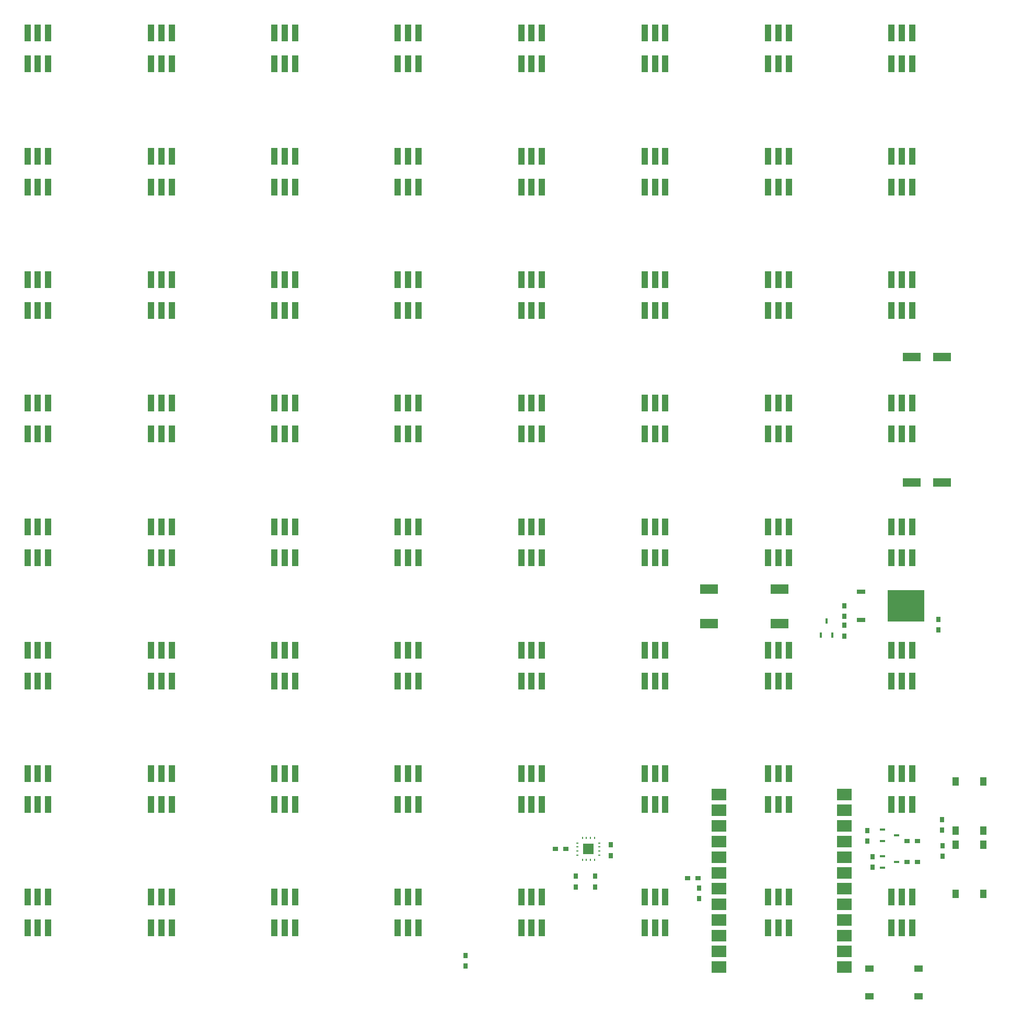
<source format=gbr>
G04 DipTrace 3.2.0.1*
G04 BottomPaste.gbr*
%MOIN*%
G04 #@! TF.FileFunction,Paste,Bot*
G04 #@! TF.Part,Single*
%ADD62R,0.092X0.072*%
%ADD66R,0.068772X0.068772*%
%ADD68R,0.00578X0.011685*%
%ADD70R,0.011685X0.00578*%
%ADD72R,0.053024X0.043181*%
%ADD74R,0.043181X0.053024*%
%ADD82R,0.117984X0.062866*%
%ADD84R,0.033339X0.017591*%
%ADD86R,0.017591X0.033339*%
%ADD88R,0.054992X0.03137*%
%ADD90R,0.236094X0.204598*%
%ADD102R,0.044X0.11011*%
%ADD106R,0.035307X0.03137*%
%ADD108R,0.03137X0.035307*%
%ADD110R,0.116016X0.054992*%
%FSLAX26Y26*%
G04*
G70*
G90*
G75*
G01*
G04 BotPaste*
%LPD*%
D110*
X6756500Y3731500D3*
X6563587D3*
X6756500Y4531500D3*
X6563587D3*
D108*
X6731500Y2856500D3*
Y2789571D3*
D106*
X4356500Y1394000D3*
X4289571D3*
D108*
X4644000Y1352071D3*
Y1419000D3*
X4544000Y1219000D3*
Y1152071D3*
X4419000Y1219000D3*
Y1152071D3*
D102*
X6433882Y1086614D3*
X6499906D3*
X6565929D3*
X6433882Y889575D3*
X6499906D3*
X6565929D3*
X5646480Y1086614D3*
X5712504D3*
X5778528D3*
X5646480Y889575D3*
X5712504D3*
X5778528D3*
X4859079Y1086614D3*
X4925102D3*
X4991126D3*
X4859079Y889575D3*
X4925102D3*
X4991126D3*
X4071677Y1086614D3*
X4137701D3*
X4203724D3*
X4071677Y889575D3*
X4137701D3*
X4203724D3*
X3284276Y1086614D3*
X3350299D3*
X3416323D3*
X3284276Y889575D3*
X3350299D3*
X3416323D3*
X2496874Y1086614D3*
X2562898D3*
X2628921D3*
X2496874Y889575D3*
X2562898D3*
X2628921D3*
X1709472Y1086614D3*
X1775496D3*
X1841520D3*
X1709472Y889575D3*
X1775496D3*
X1841520D3*
X922071Y1086614D3*
X988094D3*
X1054118D3*
X922071Y889575D3*
X988094D3*
X1054118D3*
X6433882Y1874016D3*
X6499906D3*
X6565929D3*
X6433882Y1676976D3*
X6499906D3*
X6565929D3*
X5646480Y1874016D3*
X5712504D3*
X5778528D3*
X5646480Y1676976D3*
X5712504D3*
X5778528D3*
X4859079Y1874016D3*
X4925102D3*
X4991126D3*
X4859079Y1676976D3*
X4925102D3*
X4991126D3*
X4071677Y1874016D3*
X4137701D3*
X4203724D3*
X4071677Y1676976D3*
X4137701D3*
X4203724D3*
X3284276Y1874016D3*
X3350299D3*
X3416323D3*
X3284276Y1676976D3*
X3350299D3*
X3416323D3*
X2496874Y1874016D3*
X2562898D3*
X2628921D3*
X2496874Y1676976D3*
X2562898D3*
X2628921D3*
X1709472Y1874016D3*
X1775496D3*
X1841520D3*
X1709472Y1676976D3*
X1775496D3*
X1841520D3*
X922071Y1874016D3*
X988094D3*
X1054118D3*
X922071Y1676976D3*
X988094D3*
X1054118D3*
X6433882Y2661417D3*
X6499906D3*
X6565929D3*
X6433882Y2464378D3*
X6499906D3*
X6565929D3*
X5646480Y2661417D3*
X5712504D3*
X5778528D3*
X5646480Y2464378D3*
X5712504D3*
X5778528D3*
X4859079Y2661417D3*
X4925102D3*
X4991126D3*
X4859079Y2464378D3*
X4925102D3*
X4991126D3*
X4071677Y2661417D3*
X4137701D3*
X4203724D3*
X4071677Y2464378D3*
X4137701D3*
X4203724D3*
X3284276Y2661417D3*
X3350299D3*
X3416323D3*
X3284276Y2464378D3*
X3350299D3*
X3416323D3*
X2496874Y2661417D3*
X2562898D3*
X2628921D3*
X2496874Y2464378D3*
X2562898D3*
X2628921D3*
X1709472Y2661417D3*
X1775496D3*
X1841520D3*
X1709472Y2464378D3*
X1775496D3*
X1841520D3*
X922071Y2661417D3*
X988094D3*
X1054118D3*
X922071Y2464378D3*
X988094D3*
X1054118D3*
X6433882Y3448819D3*
X6499906D3*
X6565929D3*
X6433882Y3251780D3*
X6499906D3*
X6565929D3*
X5646480Y3448819D3*
X5712504D3*
X5778528D3*
X5646480Y3251780D3*
X5712504D3*
X5778528D3*
X4859079Y3448819D3*
X4925102D3*
X4991126D3*
X4859079Y3251780D3*
X4925102D3*
X4991126D3*
X4071677Y3448819D3*
X4137701D3*
X4203724D3*
X4071677Y3251780D3*
X4137701D3*
X4203724D3*
X3284276Y3448819D3*
X3350299D3*
X3416323D3*
X3284276Y3251780D3*
X3350299D3*
X3416323D3*
X2496874Y3448819D3*
X2562898D3*
X2628921D3*
X2496874Y3251780D3*
X2562898D3*
X2628921D3*
X1709472Y3448819D3*
X1775496D3*
X1841520D3*
X1709472Y3251780D3*
X1775496D3*
X1841520D3*
X922071Y3448819D3*
X988094D3*
X1054118D3*
X922071Y3251780D3*
X988094D3*
X1054118D3*
X6433882Y4236220D3*
X6499906D3*
X6565929D3*
X6433882Y4039181D3*
X6499906D3*
X6565929D3*
X5646480Y4236220D3*
X5712504D3*
X5778528D3*
X5646480Y4039181D3*
X5712504D3*
X5778528D3*
X4859079Y4236220D3*
X4925102D3*
X4991126D3*
X4859079Y4039181D3*
X4925102D3*
X4991126D3*
X4071677Y4236220D3*
X4137701D3*
X4203724D3*
X4071677Y4039181D3*
X4137701D3*
X4203724D3*
X3284276Y4236220D3*
X3350299D3*
X3416323D3*
X3284276Y4039181D3*
X3350299D3*
X3416323D3*
X2496874Y4236220D3*
X2562898D3*
X2628921D3*
X2496874Y4039181D3*
X2562898D3*
X2628921D3*
X1709472Y4236220D3*
X1775496D3*
X1841520D3*
X1709472Y4039181D3*
X1775496D3*
X1841520D3*
X922071Y4236220D3*
X988094D3*
X1054118D3*
X922071Y4039181D3*
X988094D3*
X1054118D3*
X6433882Y5023622D3*
X6499906D3*
X6565929D3*
X6433882Y4826583D3*
X6499906D3*
X6565929D3*
X5646480Y5023622D3*
X5712504D3*
X5778528D3*
X5646480Y4826583D3*
X5712504D3*
X5778528D3*
X4859079Y5023622D3*
X4925102D3*
X4991126D3*
X4859079Y4826583D3*
X4925102D3*
X4991126D3*
X4071677Y5023622D3*
X4137701D3*
X4203724D3*
X4071677Y4826583D3*
X4137701D3*
X4203724D3*
X3284276Y5023622D3*
X3350299D3*
X3416323D3*
X3284276Y4826583D3*
X3350299D3*
X3416323D3*
X2496874Y5023622D3*
X2562898D3*
X2628921D3*
X2496874Y4826583D3*
X2562898D3*
X2628921D3*
X1709472Y5023622D3*
X1775496D3*
X1841520D3*
X1709472Y4826583D3*
X1775496D3*
X1841520D3*
X922071Y5023622D3*
X988094D3*
X1054118D3*
X922071Y4826583D3*
X988094D3*
X1054118D3*
X6433882Y5811024D3*
X6499906D3*
X6565929D3*
X6433882Y5613984D3*
X6499906D3*
X6565929D3*
X5646480Y5811024D3*
X5712504D3*
X5778528D3*
X5646480Y5613984D3*
X5712504D3*
X5778528D3*
X4859079Y5811024D3*
X4925102D3*
X4991126D3*
X4859079Y5613984D3*
X4925102D3*
X4991126D3*
X4071677Y5811024D3*
X4137701D3*
X4203724D3*
X4071677Y5613984D3*
X4137701D3*
X4203724D3*
X3284276Y5811024D3*
X3350299D3*
X3416323D3*
X3284276Y5613984D3*
X3350299D3*
X3416323D3*
X2496874Y5811024D3*
X2562898D3*
X2628921D3*
X2496874Y5613984D3*
X2562898D3*
X2628921D3*
X1709472Y5811024D3*
X1775496D3*
X1841520D3*
X1709472Y5613984D3*
X1775496D3*
X1841520D3*
X922071Y5811024D3*
X988094D3*
X1054118D3*
X922071Y5613984D3*
X988094D3*
X1054118D3*
X6433882Y6598425D3*
X6499906D3*
X6565929D3*
X6433882Y6401386D3*
X6499906D3*
X6565929D3*
X5646480Y6598425D3*
X5712504D3*
X5778528D3*
X5646480Y6401386D3*
X5712504D3*
X5778528D3*
X4859079Y6598425D3*
X4925102D3*
X4991126D3*
X4859079Y6401386D3*
X4925102D3*
X4991126D3*
X4071677Y6598425D3*
X4137701D3*
X4203724D3*
X4071677Y6401386D3*
X4137701D3*
X4203724D3*
X3284276Y6598425D3*
X3350299D3*
X3416323D3*
X3284276Y6401386D3*
X3350299D3*
X3416323D3*
X2496874Y6598425D3*
X2562898D3*
X2628921D3*
X2496874Y6401386D3*
X2562898D3*
X2628921D3*
X1709472Y6598425D3*
X1775496D3*
X1841520D3*
X1709472Y6401386D3*
X1775496D3*
X1841520D3*
X922071Y6598425D3*
X988094D3*
X1054118D3*
X922071Y6401386D3*
X988094D3*
X1054118D3*
D90*
X6526874Y2942622D3*
D88*
X6239472Y2852858D3*
Y3032386D3*
D86*
X6056500Y2756500D3*
X5981697D3*
X6019098Y2847051D3*
D84*
X6375249Y1442470D3*
Y1517273D3*
X6465801Y1479871D3*
X6375249Y1273719D3*
Y1348522D3*
X6465801Y1311121D3*
D82*
X5719000Y2831500D3*
Y3051972D3*
X5269000Y2831500D3*
Y3051972D3*
D108*
X6131500Y2819000D3*
Y2752071D3*
Y2944000D3*
Y2877071D3*
X6278991Y1510836D3*
Y1443907D3*
D106*
X6531500Y1442470D3*
X6598429D3*
D108*
X5206500Y1144000D3*
Y1077071D3*
D106*
X5131500Y1206500D3*
X5198429D3*
D108*
X6312751Y1342469D3*
Y1275539D3*
D106*
X6531500Y1311219D3*
X6598429D3*
D108*
X3714965Y648035D3*
Y714965D3*
X6756500Y1514571D3*
Y1581500D3*
X6760535Y1414965D3*
Y1348035D3*
D74*
X6844000Y1511421D3*
Y1824413D3*
X7021165D3*
Y1511421D3*
D72*
X6294000Y631500D3*
X6606992D3*
Y454335D3*
X6294000D3*
D74*
X6844000Y1106500D3*
Y1419492D3*
X7021165D3*
Y1106500D3*
D70*
X4431205Y1380909D3*
Y1355319D3*
Y1406500D3*
Y1432091D3*
D68*
X4487307Y1462602D3*
X4461717D3*
X4512898D3*
X4538488D3*
X4487307Y1324807D3*
X4461717D3*
X4512898D3*
X4538488D3*
D70*
X4569000Y1380909D3*
Y1355319D3*
Y1406500D3*
Y1432091D3*
D66*
X4500102Y1393705D3*
D62*
X5331682Y642140D3*
Y742140D3*
Y842140D3*
Y942140D3*
Y1042140D3*
Y1142140D3*
Y1242140D3*
Y1342140D3*
Y1442140D3*
Y1542140D3*
Y1642140D3*
Y1742140D3*
X6131682D3*
Y1642140D3*
Y1542140D3*
Y1442140D3*
Y1342140D3*
Y1242140D3*
Y1142140D3*
Y1042140D3*
Y942140D3*
Y842140D3*
Y742140D3*
Y642140D3*
M02*

</source>
